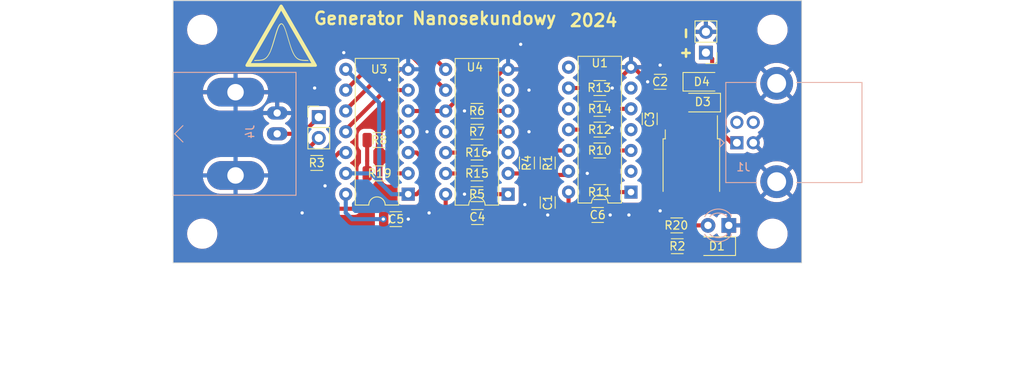
<source format=kicad_pcb>
(kicad_pcb (version 20240108) (generator "pcbnew") (generator_version "8.0")
  (layers (0 "F.Cu" signal) (31 "B.Cu" signal) (34 "B.Paste" user) (35 "F.Paste" user) (36 "B.SilkS" user "B.Silkscreen") (37 "F.SilkS" user "F.Silkscreen") (38 "B.Mask" user) (39 "F.Mask" user) (44 "Edge.Cuts" user))
  (net 0 "")
  (net 1 "Net-(C1-Pad1)")
  (net 2 "GND")
  (net 3 "+5V")
  (net 4 "Net-(D1-A)")
  (net 5 "Net-(R1-Pad2)")
  (net 11 "unconnected-(J1-D--Pad2)")
  (net 14 "Net-(D3-K)")
  (net 17 "Net-(R19-Pad1)")
  (net 18 "Net-(U3-Pad11)")
  (net 19 "Net-(U3-Pad1)")
  (net 20 "Net-(U3-Pad10)")
  (net 21 "Net-(U3-Pad9)")
  (net 22 "Net-(R3-Pad1)")
  (net 23 "Net-(R4-Pad1)")
  (net 24 "Net-(R5-Pad1)")
  (net 25 "Net-(R6-Pad1)")
  (net 26 "Net-(R7-Pad1)")
  (net 27 "Net-(R8-Pad1)")
  (net 28 "Net-(R10-Pad1)")
  (net 29 "Net-(R11-Pad1)")
  (net 30 "Net-(R12-Pad1)")
  (net 31 "Net-(R13-Pad1)")
  (net 32 "Net-(R14-Pad1)")
  (net 33 "Net-(R15-Pad1)")
  (net 34 "Net-(R16-Pad1)")
  (net 35 "Net-(D2-A)")
  (net 36 "Net-(D4-A)")
  (net 37 "Net-(J3-Pin_1)")
  (net 38 "Net-(J3-Pin_2)")
  (footprint "Capacitor_SMD:C_1206_3216Metric" (layer "F.Cu") (at 105.664 76.454 180)
    (property "Reference" "C2" (at 0 0 0) (layer "F.SilkS"))
    (property "Value" "0.33uF" (hide yes))
    (pad "1" smd roundrect (at -1.475 0 180) (size 1.15 1.8) (layers "F.Cu" "F.Paste" "F.Mask") (roundrect_rratio 0.2173913043) (net 14 "Net-(D3-K)"))
    (pad "2" smd roundrect (at 1.475 0 180) (size 1.15 1.8) (layers "F.Cu" "F.Paste" "F.Mask") (roundrect_rratio 0.2173913043) (net 2 "GND"))
  )
  (footprint "Capacitor_SMD:C_1206_3216Metric" (layer "F.Cu") (at 98.044 92.71)
    (property "Reference" "C6" (at 0 0 0) (layer "F.SilkS"))
    (property "Value" "0.1uF" (hide yes))
    (pad "1" smd roundrect (at -1.475 0) (size 1.15 1.8) (layers "F.Cu" "F.Paste" "F.Mask") (roundrect_rratio 0.2173913043) (net 3 "+5V"))
    (pad "2" smd roundrect (at 1.475 0) (size 1.15 1.8) (layers "F.Cu" "F.Paste" "F.Mask") (roundrect_rratio 0.2173913043) (net 2 "GND"))
  )
  (footprint "Resistor_SMD:R_1206_3216Metric" (layer "F.Cu") (at 89.408 86.36 90)
    (property "Reference" "R4" (at 0 -0.024 90) (layer "F.SilkS"))
    (property "Value" "10k" (hide yes))
    (pad "1" smd roundrect (at -1.4625 0 90) (size 1.125 1.75) (layers "F.Cu" "F.Paste" "F.Mask") (roundrect_rratio 0.2222222222) (net 23 "Net-(R4-Pad1)"))
    (pad "2" smd roundrect (at 1.4625 0 90) (size 1.125 1.75) (layers "F.Cu" "F.Paste" "F.Mask") (roundrect_rratio 0.2222222222) (net 2 "GND"))
  )
  (footprint "Package_DIP:DIP-14_W7.62mm" (layer "F.Cu") (at 74.92 90.17 180)
    (property "Reference" "U3" (at 3.546 15.24 0) (layer "F.SilkS"))
    (property "Value" "74HC04")
    (pad "1" thru_hole rect (at 0 0 180) (size 1.6 1.6) (drill 0.8) (layers "*.Cu" "*.Mask") (net 19 "Net-(U3-Pad1)"))
    (pad "2" thru_hole oval (at 0 2.54 180) (size 1.6 1.6) (drill 0.8) (layers "*.Cu" "*.Mask") (net 17 "Net-(R19-Pad1)"))
    (pad "3" thru_hole oval (at 0 5.08 180) (size 1.6 1.6) (drill 0.8) (layers "*.Cu" "*.Mask") (net 19 "Net-(U3-Pad1)"))
    (pad "4" thru_hole oval (at 0 7.62 180) (size 1.6 1.6) (drill 0.8) (layers "*.Cu" "*.Mask") (net 27 "Net-(R8-Pad1)"))
    (pad "5" thru_hole oval (at 0 10.16 180) (size 1.6 1.6) (drill 0.8) (layers "*.Cu" "*.Mask") (net 5 "Net-(R1-Pad2)"))
    (pad "6" thru_hole oval (at 0 12.7 180) (size 1.6 1.6) (drill 0.8) (layers "*.Cu" "*.Mask") (net 18 "Net-(U3-Pad11)"))
    (pad "7" thru_hole oval (at 0 15.24 180) (size 1.6 1.6) (drill 0.8) (layers "*.Cu" "*.Mask") (net 2 "GND"))
    (pad "8" thru_hole oval (at 7.62 15.24 180) (size 1.6 1.6) (drill 0.8) (layers "*.Cu" "*.Mask") (net 19 "Net-(U3-Pad1)"))
    (pad "9" thru_hole oval (at 7.62 12.7 180) (size 1.6 1.6) (drill 0.8) (layers "*.Cu" "*.Mask") (net 21 "Net-(U3-Pad9)"))
    (pad "10" thru_hole oval (at 7.62 10.16 180) (size 1.6 1.6) (drill 0.8) (layers "*.Cu" "*.Mask") (net 20 "Net-(U3-Pad10)"))
    (pad "11" thru_hole oval (at 7.62 7.62 180) (size 1.6 1.6) (drill 0.8) (layers "*.Cu" "*.Mask") (net 18 "Net-(U3-Pad11)"))
    (pad "12" thru_hole oval (at 7.62 5.08 180) (size 1.6 1.6) (drill 0.8) (layers "*.Cu" "*.Mask") (net 22 "Net-(R3-Pad1)"))
    (pad "13" thru_hole oval (at 7.62 2.54 180) (size 1.6 1.6) (drill 0.8) (layers "*.Cu" "*.Mask") (net 19 "Net-(U3-Pad1)"))
    (pad "14" thru_hole oval (at 7.62 0 180) (size 1.6 1.6) (drill 0.8) (layers "*.Cu" "*.Mask") (net 3 "+5V"))
  )
  (footprint "Resistor_SMD:R_1206_3216Metric" (layer "F.Cu") (at 98.298 77.216)
    (property "Reference" "R13" (at -0.0615 -0.036 0) (layer "F.SilkS"))
    (property "Value" "10k" (hide yes))
    (pad "1" smd roundrect (at -1.4625 0) (size 1.125 1.75) (layers "F.Cu" "F.Paste" "F.Mask") (roundrect_rratio 0.2222222222) (net 31 "Net-(R13-Pad1)"))
    (pad "2" smd roundrect (at 1.4625 0) (size 1.125 1.75) (layers "F.Cu" "F.Paste" "F.Mask") (roundrect_rratio 0.2222222222) (net 2 "GND"))
  )
  (footprint "Resistor_SMD:R_1206_3216Metric" (layer "F.Cu") (at 98.298 84.836 180)
    (property "Reference" "R10" (at 0 0 0) (layer "F.SilkS"))
    (property "Value" "10k" (hide yes))
    (pad "1" smd roundrect (at -1.4625 0 180) (size 1.125 1.75) (layers "F.Cu" "F.Paste" "F.Mask") (roundrect_rratio 0.2222222222) (net 28 "Net-(R10-Pad1)"))
    (pad "2" smd roundrect (at 1.4625 0 180) (size 1.125 1.75) (layers "F.Cu" "F.Paste" "F.Mask") (roundrect_rratio 0.2222222222) (net 2 "GND"))
  )
  (footprint "Resistor_SMD:R_1206_3216Metric" (layer "F.Cu") (at 71.374 83.566 180)
    (property "Reference" "R8" (at 0 0 0) (layer "F.SilkS"))
    (property "Value" "150" (hide yes))
    (pad "1" smd roundrect (at -1.4625 0 180) (size 1.125 1.75) (layers "F.Cu" "F.Paste" "F.Mask") (roundrect_rratio 0.2222222222) (net 27 "Net-(R8-Pad1)"))
    (pad "2" smd roundrect (at 1.4625 0 180) (size 1.125 1.75) (layers "F.Cu" "F.Paste" "F.Mask") (roundrect_rratio 0.2222222222) (net 38 "Net-(J3-Pin_2)"))
  )
  (footprint "MountingHole:MountingHole_3.2mm_M3" (layer "F.Cu") (at 119.38 70.104)
    (property "Reference" "REF**" (hide yes))
    (property "Value" "MountingHole_3.2mm_M3" (hide yes))
    (pad "" np_thru_hole circle (at 0 0) (size 3.2 3.2) (drill 3.2) (layers "F&B.Cu" "*.Mask"))
  )
  (footprint "Diode_SMD:D_1206_3216Metric" (layer "F.Cu") (at 110.744 78.994 180)
    (property "Reference" "D3" (at -0.124 0.088 0) (layer "F.SilkS"))
    (property "Value" "D" (hide yes))
    (pad "1" smd roundrect (at -1.4 0 180) (size 1.25 1.75) (layers "F.Cu" "F.Paste" "F.Mask") (roundrect_rratio 0.2) (net 14 "Net-(D3-K)"))
    (pad "2" smd roundrect (at 1.4 0 180) (size 1.25 1.75) (layers "F.Cu" "F.Paste" "F.Mask") (roundrect_rratio 0.2) (net 3 "+5V"))
  )
  (footprint "Resistor_SMD:R_1206_3216Metric" (layer "F.Cu") (at 98.308 82.291)
    (property "Reference" "R12" (at 0 0 0) (layer "F.SilkS"))
    (property "Value" "10k" (hide yes))
    (pad "1" smd roundrect (at -1.4625 0) (size 1.125 1.75) (layers "F.Cu" "F.Paste" "F.Mask") (roundrect_rratio 0.2222222222) (net 30 "Net-(R12-Pad1)"))
    (pad "2" smd roundrect (at 1.4625 0) (size 1.125 1.75) (layers "F.Cu" "F.Paste" "F.Mask") (roundrect_rratio 0.2222222222) (net 2 "GND"))
  )
  (footprint "Resistor_SMD:R_1206_3216Metric" (layer "F.Cu") (at 83.312 87.63)
    (property "Reference" "R15" (at 0 0 0) (layer "F.SilkS"))
    (property "Value" "10k" (hide yes))
    (pad "1" smd roundrect (at -1.4625 0) (size 1.125 1.75) (layers "F.Cu" "F.Paste" "F.Mask") (roundrect_rratio 0.2222222222) (net 33 "Net-(R15-Pad1)"))
    (pad "2" smd roundrect (at 1.4625 0) (size 1.125 1.75) (layers "F.Cu" "F.Paste" "F.Mask") (roundrect_rratio 0.2222222222) (net 2 "GND"))
  )
  (footprint "Resistor_SMD:R_1206_3216Metric" (layer "F.Cu") (at 91.948 86.36 90)
    (property "Reference" "R1" (at 0 0 90) (layer "F.SilkS"))
    (property "Value" "47k" (hide yes))
    (pad "1" smd roundrect (at -1.4625 0 90) (size 1.125 1.75) (layers "F.Cu" "F.Paste" "F.Mask") (roundrect_rratio 0.2222222222) (net 1 "Net-(C1-Pad1)"))
    (pad "2" smd roundrect (at 1.4625 0 90) (size 1.125 1.75) (layers "F.Cu" "F.Paste" "F.Mask") (roundrect_rratio 0.2222222222) (net 5 "Net-(R1-Pad2)"))
  )
  (footprint "LED_SMD:LED_1206_3216Metric" (layer "F.Cu") (at 112.5835 96.52 180)
    (property "Reference" "D1" (at 0 0 0) (layer "F.SilkS"))
    (property "Value" "LED" (hide yes))
    (pad "1" smd roundrect (at -1.4 0 180) (size 1.25 1.75) (layers "F.Cu" "F.Paste" "F.Mask") (roundrect_rratio 0.2) (net 2 "GND"))
    (pad "2" smd roundrect (at 1.4 0 180) (size 1.25 1.75) (layers "F.Cu" "F.Paste" "F.Mask") (roundrect_rratio 0.2) (net 4 "Net-(D1-A)"))
  )
  (footprint "Resistor_SMD:R_1206_3216Metric" (layer "F.Cu") (at 98.298 79.756 180)
    (property "Reference" "R14" (at 0 0 0) (layer "F.SilkS"))
    (property "Value" "10k" (hide yes))
    (pad "1" smd roundrect (at -1.4625 0 180) (size 1.125 1.75) (layers "F.Cu" "F.Paste" "F.Mask") (roundrect_rratio 0.2222222222) (net 32 "Net-(R14-Pad1)"))
    (pad "2" smd roundrect (at 1.4625 0 180) (size 1.125 1.75) (layers "F.Cu" "F.Paste" "F.Mask") (roundrect_rratio 0.2222222222) (net 2 "GND"))
  )
  (footprint "LOGO" (layer "F.Cu") (at 59.436 71.12)
    (property "Reference" "G***" (hide yes))
    (property "Value" "LOGO" (hide yes))
  )
  (footprint "Package_DIP:DIP-14_W7.62mm" (layer "F.Cu") (at 102.108 89.916 180)
    (property "Reference" "U1" (at 3.81 15.748 0) (layer "F.SilkS"))
    (property "Value" "74HC14")
    (pad "1" thru_hole rect (at 0 0 180) (size 1.6 1.6) (drill 0.8) (layers "*.Cu" "*.Mask") (net 29 "Net-(R11-Pad1)"))
    (pad "2" thru_hole oval (at 0 2.54 180) (size 1.6 1.6) (drill 0.8) (layers "*.Cu" "*.Mask"))
    (pad "3" thru_hole oval (at 0 5.08 180) (size 1.6 1.6) (drill 0.8) (layers "*.Cu" "*.Mask") (net 28 "Net-(R10-Pad1)"))
    (pad "4" thru_hole oval (at 0 7.62 180) (size 1.6 1.6) (drill 0.8) (layers "*.Cu" "*.Mask"))
    (pad "5" thru_hole oval (at 0 10.16 180) (size 1.6 1.6) (drill 0.8) (layers "*.Cu" "*.Mask") (net 32 "Net-(R14-Pad1)"))
    (pad "6" thru_hole oval (at 0 12.7 180) (size 1.6 1.6) (drill 0.8) (layers "*.Cu" "*.Mask"))
    (pad "7" thru_hole oval (at 0 15.24 180) (size 1.6 1.6) (drill 0.8) (layers "*.Cu" "*.Mask") (net 2 "GND"))
    (pad "8" thru_hole oval (at 7.62 15.24 180) (size 1.6 1.6) (drill 0.8) (layers "*.Cu" "*.Mask"))
    (pad "9" thru_hole oval (at 7.62 12.7 180) (size 1.6 1.6) (drill 0.8) (layers "*.Cu" "*.Mask") (net 31 "Net-(R13-Pad1)"))
    (pad "10" thru_hole oval (at 7.62 10.16 180) (size 1.6 1.6) (drill 0.8) (layers "*.Cu" "*.Mask"))
    (pad "11" thru_hole oval (at 7.62 7.62 180) (size 1.6 1.6) (drill 0.8) (layers "*.Cu" "*.Mask") (net 30 "Net-(R12-Pad1)"))
    (pad "12" thru_hole oval (at 7.62 5.08 180) (size 1.6 1.6) (drill 0.8) (layers "*.Cu" "*.Mask") (net 5 "Net-(R1-Pad2)"))
    (pad "13" thru_hole oval (at 7.62 2.54 180) (size 1.6 1.6) (drill 0.8) (layers "*.Cu" "*.Mask") (net 1 "Net-(C1-Pad1)"))
    (pad "14" thru_hole oval (at 7.62 0 180) (size 1.6 1.6) (drill 0.8) (layers "*.Cu" "*.Mask") (net 3 "+5V"))
  )
  (footprint "Package_DIP:DIP-14_W7.62mm" (layer "F.Cu") (at 87.112 90.18 180)
    (property "Reference" "U4" (at 4.054 15.504 0) (layer "F.SilkS"))
    (property "Value" "74HC86")
    (pad "1" thru_hole rect (at 0 0 180) (size 1.6 1.6) (drill 0.8) (layers "*.Cu" "*.Mask") (net 24 "Net-(R5-Pad1)"))
    (pad "2" thru_hole oval (at 0 2.54 180) (size 1.6 1.6) (drill 0.8) (layers "*.Cu" "*.Mask") (net 23 "Net-(R4-Pad1)"))
    (pad "3" thru_hole oval (at 0 5.08 180) (size 1.6 1.6) (drill 0.8) (layers "*.Cu" "*.Mask"))
    (pad "4" thru_hole oval (at 0 7.62 180) (size 1.6 1.6) (drill 0.8) (layers "*.Cu" "*.Mask") (net 26 "Net-(R7-Pad1)"))
    (pad "5" thru_hole oval (at 0 10.16 180) (size 1.6 1.6) (drill 0.8) (layers "*.Cu" "*.Mask") (net 25 "Net-(R6-Pad1)"))
    (pad "6" thru_hole oval (at 0 12.7 180) (size 1.6 1.6) (drill 0.8) (layers "*.Cu" "*.Mask"))
    (pad "7" thru_hole oval (at 0 15.24 180) (size 1.6 1.6) (drill 0.8) (layers "*.Cu" "*.Mask") (net 2 "GND"))
    (pad "8" thru_hole oval (at 7.62 15.24 180) (size 1.6 1.6) (drill 0.8) (layers "*.Cu" "*.Mask") (net 21 "Net-(U3-Pad9)"))
    (pad "9" thru_hole oval (at 7.62 12.7 180) (size 1.6 1.6) (drill 0.8) (layers "*.Cu" "*.Mask") (net 20 "Net-(U3-Pad10)"))
    (pad "10" thru_hole oval (at 7.62 10.16 180) (size 1.6 1.6) (drill 0.8) (layers "*.Cu" "*.Mask") (net 5 "Net-(R1-Pad2)"))
    (pad "11" thru_hole oval (at 7.62 7.62 180) (size 1.6 1.6) (drill 0.8) (layers "*.Cu" "*.Mask"))
    (pad "12" thru_hole oval (at 7.62 5.08 180) (size 1.6 1.6) (drill 0.8) (layers "*.Cu" "*.Mask") (net 34 "Net-(R16-Pad1)"))
    (pad "13" thru_hole oval (at 7.62 2.54 180) (size 1.6 1.6) (drill 0.8) (layers "*.Cu" "*.Mask") (net 33 "Net-(R15-Pad1)"))
    (pad "14" thru_hole oval (at 7.62 0 180) (size 1.6 1.6) (drill 0.8) (layers "*.Cu" "*.Mask") (net 3 "+5V"))
  )
  (footprint "Capacitor_SMD:C_1206_3216Metric" (layer "F.Cu") (at 83.361 92.964)
    (property "Reference" "C4" (at 0 0 0) (layer "F.SilkS"))
    (property "Value" "0.1uF" (hide yes))
    (pad "1" smd roundrect (at -1.475 0) (size 1.15 1.8) (layers "F.Cu" "F.Paste" "F.Mask") (roundrect_rratio 0.2173913043) (net 3 "+5V"))
    (pad "2" smd roundrect (at 1.475 0) (size 1.15 1.8) (layers "F.Cu" "F.Paste" "F.Mask") (roundrect_rratio 0.2173913043) (net 2 "GND"))
  )
  (footprint "Resistor_SMD:R_1206_3216Metric" (layer "F.Cu") (at 107.696 93.98)
    (property "Reference" "R20" (at -0.0615 0 0) (layer "F.SilkS"))
    (property "Value" "330" (hide yes))
    (pad "1" smd roundrect (at -1.4625 0) (size 1.125 1.75) (layers "F.Cu" "F.Paste" "F.Mask") (roundrect_rratio 0.2222222222) (net 3 "+5V"))
    (pad "2" smd roundrect (at 1.4625 0) (size 1.125 1.75) (layers "F.Cu" "F.Paste" "F.Mask") (roundrect_rratio 0.2222222222) (net 35 "Net-(D2-A)"))
  )
  (footprint "Connector_PinHeader_2.54mm:PinHeader_1x02_P2.54mm_Vertical" (layer "F.Cu") (at 111.252 72.898 180)
    (property "Reference" "J2" (hide yes))
    (property "Value" "Conn_01x02_Pin" (hide yes))
    (pad "1" thru_hole rect (at 0 0 180) (size 1.7 1.7) (drill 1) (layers "*.Cu" "*.Mask") (net 36 "Net-(D4-A)"))
    (pad "2" thru_hole oval (at 0 2.54 180) (size 1.7 1.7) (drill 1) (layers "*.Cu" "*.Mask") (net 2 "GND"))
  )
  (footprint "Resistor_SMD:R_1206_3216Metric" (layer "F.Cu") (at 83.312 90.17 180)
    (property "Reference" "R5" (at 0 0 0) (layer "F.SilkS"))
    (property "Value" "10k" (hide yes))
    (pad "1" smd roundrect (at -1.4625 0 180) (size 1.125 1.75) (layers "F.Cu" "F.Paste" "F.Mask") (roundrect_rratio 0.2222222222) (net 24 "Net-(R5-Pad1)"))
    (pad "2" smd roundrect (at 1.4625 0 180) (size 1.125 1.75) (layers "F.Cu" "F.Paste" "F.Mask") (roundrect_rratio 0.2222222222) (net 2 "GND"))
  )
  (footprint "MountingHole:MountingHole_3.2mm_M3" (layer "F.Cu") (at 119.38 94.996)
    (property "Reference" "REF**" (hide yes))
    (property "Value" "MountingHole_3.2mm_M3" (hide yes))
    (pad "" np_thru_hole circle (at 0 0) (size 3.2 3.2) (drill 3.2) (layers "F&B.Cu" "*.Mask"))
  )
  (footprint "Connector_PinHeader_2.54mm:PinHeader_1x02_P2.54mm_Vertical" (layer "F.Cu") (at 64.008 80.767)
    (property "Reference" "J3" (hide yes))
    (property "Value" "Conn_01x02_Pin" (hide yes))
    (pad "1" thru_hole rect (at 0 0) (size 1.7 1.7) (drill 1) (layers "*.Cu" "*.Mask") (net 37 "Net-(J3-Pin_1)"))
    (pad "2" thru_hole oval (at 0 2.54) (size 1.7 1.7) (drill 1) (layers "*.Cu" "*.Mask") (net 38 "Net-(J3-Pin_2)"))
  )
  (footprint "Resistor_SMD:R_1206_3216Metric" (layer "F.Cu") (at 83.312 85.09)
    (property "Reference" "R16" (at 0 0 0) (layer "F.SilkS"))
    (property "Value" "10k" (hide yes))
    (pad "1" smd roundrect (at -1.4625 0) (size 1.125 1.75) (layers "F.Cu" "F.Paste" "F.Mask") (roundrect_rratio 0.2222222222) (net 34 "Net-(R16-Pad1)"))
    (pad "2" smd roundrect (at 1.4625 0) (size 1.125 1.75) (layers "F.Cu" "F.Paste" "F.Mask") (roundrect_rratio 0.2222222222) (net 2 "GND"))
  )
  (footprint "Capacitor_SMD:C_1206_3216Metric" (layer "F.Cu") (at 104.394 80.977 90)
    (property "Reference" "C3" (at -0.08 0 90) (layer "F.SilkS"))
    (property "Value" "0.1uF" (hide yes))
    (pad "1" smd roundrect (at -1.475 0 90) (size 1.15 1.8) (layers "F.Cu" "F.Paste" "F.Mask") (roundrect_rratio 0.2173913043) (net 3 "+5V"))
    (pad "2" smd roundrect (at 1.475 0 90) (size 1.15 1.8) (layers "F.Cu" "F.Paste" "F.Mask") (roundrect_rratio 0.2173913043) (net 2 "GND"))
  )
  (footprint "Resistor_SMD:R_1206_3216Metric" (layer "F.Cu") (at 63.754 86.36 180)
    (property "Reference" "R3" (at 0 0 0) (layer "F.SilkS"))
    (property "Value" "150" (hide yes))
    (pad "1" smd roundrect (at -1.4625 0 180) (size 1.125 1.75) (layers "F.Cu" "F.Paste" "F.Mask") (roundrect_rratio 0.2222222222) (net 22 "Net-(R3-Pad1)"))
    (pad "2" smd roundrect (at 1.4625 0 180) (size 1.125 1.75) (layers "F.Cu" "F.Paste" "F.Mask") (roundrect_rratio 0.2222222222) (net 38 "Net-(J3-Pin_2)"))
  )
  (footprint "Resistor_SMD:R_1206_3216Metric" (layer "F.Cu") (at 107.7575 96.52)
    (property "Reference" "R2" (at 0 0 0) (layer "F.SilkS"))
    (property "Value" "330" (hide yes))
    (pad "1" smd roundrect (at -1.4625 0) (size 1.125 1.75) (layers "F.Cu" "F.Paste" "F.Mask") (roundrect_rratio 0.2222222222) (net 3 "+5V"))
    (pad "2" smd roundrect (at 1.4625 0) (size 1.125 1.75) (layers "F.Cu" "F.Paste" "F.Mask") (roundrect_rratio 0.2222222222) (net 4 "Net-(D1-A)"))
  )
  (footprint "Resistor_SMD:R_1206_3216Metric" (layer "F.Cu") (at 71.374 87.63 180)
    (property "Reference" "R19" (at -0.0615 0 0) (layer "F.SilkS"))
    (property "Value" "150" (hide yes))
    (pad "1" smd roundrect (at -1.4625 0 180) (size 1.125 1.75) (layers "F.Cu" "F.Paste" "F.Mask") (roundrect_rratio 0.2222222222) (net 17 "Net-(R19-Pad1)"))
    (pad "2" smd roundrect (at 1.4625 0 180) (size 1.125 1.75) (layers "F.Cu" "F.Paste" "F.Mask") (roundrect_rratio 0.2222222222) (net 38 "Net-(J3-Pin_2)"))
  )
  (footprint "Resistor_SMD:R_1206_3216Metric" (layer "F.Cu") (at 83.312 80.01 180)
    (property "Reference" "R6" (at 0 0 0) (layer "F.SilkS"))
    (property "Value" "10k" (hide yes))
    (pad "1" smd roundrect (at -1.4625 0 180) (size 1.125 1.75) (layers "F.Cu" "F.Paste" "F.Mask") (roundrect_rratio 0.2222222222) (net 25 "Net-(R6-Pad1)"))
    (pad "2" smd roundrect (at 1.4625 0 180) (size 1.125 1.75) (layers "F.Cu" "F.Paste" "F.Mask") (roundrect_rratio 0.2222222222) (net 2 "GND"))
  )
  (footprint "MountingHole:MountingHole_3.2mm_M3" (layer "F.Cu") (at 49.784 70.104)
    (property "Reference" "REF**" (hide yes))
    (property "Value" "MountingHole_3.2mm_M3" (hide yes))
    (pad "" np_thru_hole circle (at 0 0) (size 3.2 3.2) (drill 3.2) (layers "*.Cu" "*.Mask"))
  )
  (footprint "Resistor_SMD:R_1206_3216Metric" (layer "F.Cu") (at 83.312 82.555 180)
    (property "Reference" "R7" (at 0 0 0) (layer "F.SilkS"))
    (property "Value" "10k" (hide yes))
    (pad "1" smd roundrect (at -1.4625 0 180) (size 1.125 1.75) (layers "F.Cu" "F.Paste" "F.Mask") (roundrect_rratio 0.2222222222) (net 26 "Net-(R7-Pad1)"))
    (pad "2" smd roundrect (at 1.4625 0 180) (size 1.125 1.75) (layers "F.Cu" "F.Paste" "F.Mask") (roundrect_rratio 0.2222222222) (net 2 "GND"))
  )
  (footprint "Diode_SMD:D_1206_3216Metric" (layer "F.Cu") (at 110.744 76.454)
    (property "Reference" "D4" (at 0 0 0) (layer "F.SilkS"))
    (property "Value" "D" (hide yes))
    (pad "1" smd roundrect (at -1.4 0) (size 1.25 1.75) (layers "F.Cu" "F.Paste" "F.Mask") (roundrect_rratio 0.2) (net 14 "Net-(D3-K)"))
    (pad "2" smd roundrect (at 1.4 0) (size 1.25 1.75) (layers "F.Cu" "F.Paste" "F.Mask") (roundrect_rratio 0.2) (net 36 "Net-(D4-A)"))
  )
  (footprint "MountingHole:MountingHole_3.2mm_M3" (layer "F.Cu") (at 49.784 94.996)
    (property "Reference" "REF**" (hide yes))
    (property "Value" "MountingHole_3.2mm_M3" (hide yes))
    (pad "" np_thru_hole circle (at 0 0) (size 3.2 3.2) (drill 3.2) (layers "F&B.Cu" "*.Mask"))
  )
  (footprint "Resistor_SMD:R_1206_3216Metric" (layer "F.Cu") (at 98.298 89.916 180)
    (property "Reference" "R11" (at 0 0 0) (layer "F.SilkS"))
    (property "Value" "10k" (hide yes))
    (pad "1" smd roundrect (at -1.4625 0 180) (size 1.125 1.75) (layers "F.Cu" "F.Paste" "F.Mask") (roundrect_rratio 0.2222222222) (net 29 "Net-(R11-Pad1)"))
    (pad "2" smd roundrect (at 1.4625 0 180) (size 1.125 1.75) (layers "F.Cu" "F.Paste" "F.Mask") (roundrect_rratio 0.2222222222) (net 2 "GND"))
  )
  (footprint "Capacitor_SMD:C_1206_3216Metric" (layer "F.Cu") (at 91.948 91.186 -90)
    (property "Reference" "C1" (at 0 0 90) (layer "F.SilkS"))
    (property "Value" "1nF" (hide yes))
    (pad "1" smd roundrect (at -1.475 0 270) (size 1.15 1.8) (layers "F.Cu" "F.Paste" "F.Mask") (roundrect_rratio 0.2173913043) (net 1 "Net-(C1-Pad1)"))
    (pad "2" smd roundrect (at 1.475 0 270) (size 1.15 1.8) (layers "F.Cu" "F.Paste" "F.Mask") (roundrect_rratio 0.2173913043) (net 2 "GND"))
  )
  (footprint "Capacitor_SMD:C_1206_3216Metric" (layer "F.Cu") (at 73.406 93.218)
    (property "Reference" "C5" (at 0.049 0 0) (layer "F.SilkS"))
    (property "Value" "0.1uF" (hide yes))
    (pad "1" smd roundrect (at -1.475 0) (size 1.15 1.8) (layers "F.Cu" "F.Paste" "F.Mask") (roundrect_rratio 0.2173913043) (net 3 "+5V"))
    (pad "2" smd roundrect (at 1.475 0) (size 1.15 1.8) (layers "F.Cu" "F.Paste" "F.Mask") (roundrect_rratio 0.2173913043) (net 2 "GND"))
  )
  (footprint "Package_TO_SOT_SMD:TO-252-2" (layer "F.Cu") (at 109.475 86.727 -90)
    (property "Reference" "U2" (hide yes))
    (property "Value" "LM78M05_TO252" (hide yes))
    (pad "1" smd roundrect (at -5.04 -2.28 270) (size 2.2 1.2) (layers "F.Cu" "F.Paste" "F.Mask") (roundrect_rratio 0.2083333333) (net 14 "Net-(D3-K)"))
    (pad "2" smd roundrect (at -0.415 -1.525 270) (size 3.05 2.75) (layers "F.Cu" "F.Paste") (roundrect_rratio 0.09090909091) (net 2 "GND"))
    (pad "2" smd roundrect (at -0.415 1.525 270) (size 3.05 2.75) (layers "F.Cu" "F.Paste") (roundrect_rratio 0.09090909091) (net 2 "GND"))
    (pad "2" smd roundrect (at 1.26 0 270) (size 6.4 5.8) (layers "F.Cu" "F.Mask") (roundrect_rratio 0.04310293103) (net 2 "GND"))
    (pad "2" smd roundrect (at 2.935 -1.525 270) (size 3.05 2.75) (layers "F.Cu" "F.Paste") (roundrect_rratio 0.09090909091) (net 2 "GND"))
    (pad "2" smd roundrect (at 2.935 1.525 270) (size 3.05 2.75) (layers "F.Cu" "F.Paste") (roundrect_rratio 0.09090909091) (net 2 "GND"))
    (pad "3" smd roundrect (at -5.04 2.28 270) (size 2.2 1.2) (layers "F.Cu" "F.Paste" "F.Mask") (roundrect_rratio 0.2083333333) (net 3 "+5V"))
  )
  (footprint "Connector_USB:USB_B_Lumberg_2411_02_Horizontal" (layer "B.Cu") (at 115.028 83.896)
    (property "Reference" "J1" (at 0.796 2.972 0) (layer "B.SilkS") (effects (justify mirror)))
    (property "Value" "USB_B")
    (pad "1" thru_hole rect (at 0 0 270) (size 1.6 1.6) (drill 0.95) (layers "*.Cu" "*.Mask") (net 36 "Net-(D4-A)"))
    (pad "2" thru_hole circle (at 0 -2.5 270) (size 1.6 1.6) (drill 0.95) (layers "*.Cu" "*.Mask") (net 11 "unconnected-(J1-D--Pad2)"))
    (pad "3" thru_hole circle (at 2 -2.5 270) (size 1.6 1.6) (drill 0.95) (layers "*.Cu" "*.Mask"))
    (pad "4" thru_hole circle (at 2 0 270) (size 1.6 1.6) (drill 0.95) (layers "*.Cu" "*.Mask") (net 2 "GND"))
    (pad "5" thru_hole circle (at 4.86 -7.25 270) (size 4 4) (drill 2.3) (layers "*.Cu" "*.Mask") (net 2 "GND"))
    (pad "5" thru_hole circle (at 4.86 4.75 270) (size 4 4) (drill 2.3) (layers "*.Cu" "*.Mask") (net 2 "GND"))
  )
  (footprint "LED_THT:LED_D3.0mm_IRBlack" (layer "B.Cu") (at 114.046 93.98 180)
    (property "Reference" "D2" (hide yes))
    (property "Value" "LED" (hide yes))
    (pad "1" thru_hole rect (at 0 0 180) (size 1.8 1.8) (drill 0.9) (layers "*.Cu" "*.Mask") (net 2 "GND"))
    (pad "2" thru_hole circle (at 2.54 0 180) (size 1.8 1.8) (drill 0.9) (layers "*.Cu" "*.Mask") (net 35 "Net-(D2-A)"))
  )
  (footprint "Connector_Coaxial:BNC_Amphenol_B6252HB-NPP3G-50_Horizontal" (layer "B.Cu") (at 58.928 82.804 -90)
    (property "Reference" "J4" (at -0.254 3.302 90) (layer "B.SilkS") (effects (justify mirror)))
    (property "Value" "Conn_Coaxial" (hide yes))
    (pad "1" thru_hole oval (at 0 0 270) (size 1.6 2.5) (drill 0.89) (layers "*.Cu" "*.Mask") (net 37 "Net-(J3-Pin_1)"))
    (pad "2" thru_hole oval (at -5.08 5.08 270) (size 3.5 7) (drill 2.01) (layers "*.Cu" "*.Mask") (net 2 "GND"))
    (pad "2" thru_hole oval (at -2.54 0 270) (size 1.6 2.5) (drill 0.89) (layers "*.Cu" "*.Mask") (net 2 "GND"))
    (pad "2" thru_hole oval (at 5.08 5.08 270) (size 3.5 7) (drill 2.01) (layers "*.Cu" "*.Mask") (net 2 "GND"))
  )
  (gr_rect (start 46.228 66.548) (end 122.936 98.552) (stroke (width 0.1)) (fill none) (layer "Edge.Cuts"))
  (gr_text "Generator Nanosekundowy" (at 63.246 69.596 0) (layer "F.SilkS") (effects (font (size 1.5 1.5) (thickness 0.3) (bold yes)) (justify left bottom)))
  (gr_text "- +" (at 108.204 69.596 270) (layer "F.SilkS") (effects (font (size 1.2 1.2) (thickness 0.3) (bold yes)) (justify left bottom)))
  (gr_text "2024" (at 94.488 69.85 0) (layer "F.SilkS") (effects (font (size 1.5 1.5) (thickness 0.3) (bold yes)) (justify left bottom)))
  (segment (start 91.948 87.8225) (end 94.0415 87.8225) (width 0.5) (layer "F.Cu") (net 1))
  (segment (start 91.948 87.8225) (end 91.948 89.711) (width 0.5) (layer "F.Cu") (net 1))
  (segment (start 94.0415 87.8225) (end 94.488 87.376) (width 0.5) (layer "F.Cu") (net 1))
  (segment (start 91.694 89.457) (end 91.948 89.711) (width 0.5) (layer "F.Cu") (net 1))
  (segment (start 99.822 82.042) (end 99.822 82.3425) (width 0.5) (layer "F.Cu") (net 2))
  (segment (start 99.7605 77.0235) (end 102.108 74.676) (width 0.5) (layer "F.Cu") (net 2))
  (segment (start 104.189 76.454) (end 104.189 79.297) (width 0.5) (layer "F.Cu") (net 2))
  (segment (start 84.836 92.964) (end 91.645 92.964) (width 0.5) (layer "F.Cu") (net 2))
  (segment (start 84.7745 87.63) (end 84.3895 87.63) (width 0.5) (layer "F.Cu") (net 2))
  (segment (start 81.8495 80.01) (end 81.788 80.01) (width 0.5) (layer "F.Cu") (net 2))
  (segment (start 96.8355 87.5685) (end 96.774 87.63) (width 0.5) (layer "F.Cu") (net 2))
  (segment (start 73.914 74.93) (end 72.644 76.2) (width 0.5) (layer "F.Cu") (net 2))
  (segment (start 91.645 92.964) (end 91.899 92.71) (width 0.5) (layer "F.Cu") (net 2))
  (segment (start 74.92 74.93) (end 73.914 74.93) (width 0.5) (layer "F.Cu") (net 2))
  (segment (start 104.189 79.297) (end 104.394 79.502) (width 0.5) (layer "F.Cu") (net 2))
  (segment (start 99.519 92.5995) (end 99.568 92.71) (width 0.25) (layer "F.Cu") (net 2))
  (segment (start 104.14 76.454) (end 104.189 76.454) (width 0.5) (layer "F.Cu") (net 2))
  (segment (start 84.7745 85.09) (end 84.836 85.09) (width 0.5) (layer "F.Cu") (net 2))
  (segment (start 81.8495 82.555) (end 82.2395 82.555) (width 0.5) (layer "F.Cu") (net 2))
  (segment (start 99.822 77.216) (end 99.7605 77.0235) (width 0.5) (layer "F.Cu") (net 2))
  (segment (start 102.411 74.676) (end 104.14 76.405) (width 0.5) (layer "F.Cu") (net 2))
  (segment (start 99.7705 82.291) (end 99.3805 82.291) (width 0.5) (layer "F.Cu") (net 2))
  (segment (start 99.3805 82.291) (end 96.8355 84.836) (width 0.5) (layer "F.Cu") (net 2))
  (segment (start 84.836 85.09) (end 84.7745 87.63) (width 0.5) (layer "F.Cu") (net 2))
  (segment (start 104.14 76.405) (end 104.14 76.454) (width 0.5) (layer "F.Cu") (net 2))
  (segment (start 81.788 80.01) (end 81.8495 81.28) (width 0.5) (layer "F.Cu") (net 2))
  (segment (start 87.112 74.94) (end 88.91 74.94) (width 0.5) (layer "F.Cu") (net 2))
  (segment (start 104.189 76.454) (end 104.189 76.454) (width 0.5) (layer "F.Cu") (net 2))
  (segment (start 102.108 74.676) (end 102.411 74.676) (width 0.5) (layer "F.Cu") (net 2))
  (segment (start 89.662 75.692) (end 89.662 77.47) (width 0.5) (layer "F.Cu") (net 2))
  (segment (start 96.8355 79.756) (end 97.2355 79.756) (width 0.5) (layer "F.Cu") (net 2))
  (segment (start 82.042 90.17) (end 84.836 92.964) (width 0.5) (layer "F.Cu") (net 2))
  (segment (start 97.2355 79.756) (end 99.5215 82.042) (width 0.5) (layer "F.Cu") (net 2))
  (segment (start 91.899 92.71) (end 91.948 92.71) (width 0.5) (layer "F.Cu") (net 2))
  (segment (start 91.948 92.661) (end 91.948 92.661) (width 0.5) (layer "F.Cu") (net 2))
  (segment (start 82.2395 82.555) (end 84.7745 85.09) (width 0.5) (layer "F.Cu") (net 2))
  (segment (start 96.8355 84.836) (end 96.8355 87.5685) (width 0.5) (layer "F.Cu") (net 2))
  (segment (start 99.5215 82.042) (end 99.822 82.042) (width 0.5) (layer "F.Cu") (net 2))
  (segment (start 96.774 87.63) (end 96.8355 87.6915) (width 0.5) (layer "F.Cu") (net 2))
  (segment (start 84.3895 87.63) (end 81.8495 90.17) (width 0.5) (layer "F.Cu") (net 2))
  (segment (start 96.8355 89.916) (end 99.519 92.5995) (width 0.5) (layer "F.Cu") (net 2))
  (segment (start 88.91 74.94) (end 89.662 75.692) (width 0.5) (layer "F.Cu") (net 2))
  (segment (start 97.2205 79.756) (end 96.8355 79.756) (width 0.5) (layer "F.Cu") (net 2))
  (segment (start 81.788 90.17) (end 81.788 90.2315) (width 0.5) (layer "F.Cu") (net 2))
  (segment (start 96.8355 87.6915) (end 96.8355 89.916) (width 0.5) (layer "F.Cu") (net 2))
  (segment (start 81.8495 81.28) (end 81.8495 82.555) (width 0.5) (layer "F.Cu") (net 2))
  (segment (start 99.822 82.3425) (end 99.7705 82.291) (width 0.5) (layer "F.Cu") (net 2))
  (segment (start 86.604 74.94) (end 81.8495 79.6945) (width 0.5) (layer "F.Cu") (net 2))
  (segment (start 91.948 92.71) (end 91.948 92.661) (width 0.5) (layer "F.Cu") (net 2))
  (segment (start 99.7605 77.216) (end 99.822 77.216) (width 0.5) (layer "F.Cu") (net 2))
  (segment (start 99.568 92.71) (end 99.519 92.71) (width 0.25) (layer "F.Cu") (net 2))
  (segment (start 99.7605 77.216) (end 97.2205 79.756) (width 0.5) (layer "F.Cu") (net 2))
  (segment (start 81.8495 90.17) (end 82.042 90.17) (width 0.5) (layer "F.Cu") (net 2))
  (segment (start 81.8495 79.6945) (end 81.8495 80.01) (width 0.5) (layer "F.Cu") (net 2))
  (segment (start 87.112 74.94) (end 86.604 74.94) (width 0.5) (layer "F.Cu") (net 2))
  (segment (start 81.8495 82.9965) (end 81.8495 82.555) (width 0.25) (layer "F.Cu") (net 2))
  (segment (start 81.788 90.2315) (end 81.8495 90.17) (width 0.5) (layer "F.Cu") (net 2))
  (segment (start 81.8495 90.17) (end 81.788 90.17) (width 0.5) (layer "F.Cu") (net 2))
  (via (at 105.664 74.422) (size 0.8) (drill 0.4) (layers "F.Cu" "B.Cu") (net 2))
  (via (at 77.216 82.55) (size 0.8) (drill 0.4) (layers "F.Cu" "B.Cu") (net 2))
  (via (at 77.47 92.456) (size 0.8) (drill 0.4) (layers "F.Cu" "B.Cu") (net 2))
  (via (at 104.14 76.454) (size 0.8) (drill 0.4) (layers "F.Cu" "B.Cu") (net 2))
  (via (at 61.976 92.456) (size 0.8) (drill 0.4) (layers "F.Cu" "B.Cu") (net 2))
  (via (at 81.788 90.17) (size 0.8) (drill 0.4) (layers "F.Cu" "B.Cu") (net 2))
  (via (at 89.154 91.44) (size 0.8) (drill 0.4) (layers "F.Cu" "B.Cu") (net 2))
  (via (at 63.5 77.216) (size 0.8) (drill 0.4) (layers "F.Cu" "B.Cu") (net 2))
  (via (at 81.788 80.01) (size 0.8) (drill 0.4) (layers "F.Cu" "B.Cu") (net 2))
  (via (at 99.568 92.71) (size 0.8) (drill 0.4) (layers "F.Cu" "B.Cu") (net 2))
  (via (at 64.77 89.154) (size 0.8) (drill 0.4) (layers "F.Cu" "B.Cu") (net 2))
  (via (at 74.93 93.218) (size 0.8) (drill 0.4) (layers "F.Cu" "B.Cu") (net 2))
  (via (at 89.662 82.55) (size 0.8) (drill 0.4) (layers "F.Cu" "B.Cu") (net 2))
  (via (at 84.836 85.09) (size 0.8) (drill 0.4) (layers "F.Cu" "B.Cu") (net 2))
  (via (at 99.822 77.216) (size 0.8) (drill 0.4) (layers "F.Cu" "B.Cu") (net 2))
  (via (at 99.822 82.042) (size 0.8) (drill 0.4) (layers "F.Cu" "B.Cu") (net 2))
  (via (at 91.948 92.71) (size 0.8) (drill 0.4) (layers "F.Cu" "B.Cu") (net 2))
  (via (at 96.774 87.63) (size 0.8) (drill 0.4) (layers "F.Cu" "B.Cu") (net 2))
  (via (at 72.644 76.2) (size 0.8) (drill 0.4) (layers "F.Cu" "B.Cu") (net 2))
  (via (at 88.646 71.882) (size 0.8) (drill 0.4) (layers "F.Cu" "B.Cu") (net 2))
  (via (at 105.664 92.202) (size 0.8) (drill 0.4) (layers "F.Cu" "B.Cu") (net 2))
  (via (at 101.854 92.71) (size 0.8) (drill 0.4) (layers "F.Cu" "B.Cu") (net 2))
  (via (at 89.662 77.47) (size 0.8) (drill 0.4) (layers "F.Cu" "B.Cu") (net 2))
  (via (at 67.056 72.898) (size 0.8) (drill 0.4) (layers "F.Cu" "B.Cu") (net 2))
  (segment (start 71.931 94.947) (end 71.882 93.218) (width 0.5) (layer "F.Cu") (net 3))
  (segment (start 71.931 94.947) (end 71.98 94.996) (width 0.5) (layer "F.Cu") (net 3))
  (segment (start 79.756 94.996) (end 79.492 94.732) (width 0.5) (layer "F.Cu") (net 3))
  (segment (start 94.234 94.996) (end 102.87 94.996) (width 0.5) (layer "F.Cu") (net 3))
  (segment (start 106.43 82.452) (end 107.195 81.687) (width 0.5) (layer "F.Cu") (net 3))
  (segment (start 79.492 92.964) (end 79.492 90.18) (width 0.5) (layer "F.Cu") (net 3))
  (segment (start 107.195 81.687) (end 107.195 81.143) (width 0.5) (layer "F.Cu") (net 3))
  (segment (start 104.394 82.452) (end 106.43 82.452) (width 0.5) (layer "F.Cu") (net 3))
  (segment (start 103.886 93.98) (end 104.394 93.472) (width 0.5) (layer "F.Cu") (net 3))
  (segment (start 94.234 94.996) (end 80.01 94.996) (width 0.5) (layer "F.Cu") (net 3))
  (segment (start 94.488 92.71) (end 94.488 94.996) (width 0.5) (layer "F.Cu") (net 3))
  (segment (start 103.886 93.98) (end 105.9795 93.98) (width 0.5) (layer "F.Cu") (net 3))
  (segment (start 80.01 94.996) (end 79.756 94.996) (width 0.5) (layer "F.Cu") (net 3))
  (segment (start 106.295 96.52) (end 106.295 94.0415) (width 0.5) (layer "F.Cu") (net 3))
  (segment (start 71.98 94.996) (end 80.01 94.996) (width 0.5) (layer "F.Cu") (net 3))
  (segment (start 104.394 93.472) (end 104.394 82.452) (width 0.5) (layer "F.Cu") (net 3))
  (segment (start 107.195 81.143) (end 109.344 78.994) (width 0.5) (layer "F.Cu") (net 3))
  (segment (start 94.488 94.996) (end 94.234 94.996) (width 0.5) (layer "F.Cu") (net 3))
  (segment (start 94.488 92.71) (end 96.569 92.71) (width 0.5) (layer "F.Cu") (net 3))
  (segment (start 79.492 94.732) (end 79.492 92.964) (width 0.5) (layer "F.Cu") (net 3))
  (segment (start 79.492 92.964) (end 81.886 92.964) (width 0.5) (layer "F.Cu") (net 3))
  (segment (start 94.488 89.916) (end 94.488 92.71) (width 0.5) (layer "F.Cu") (net 3))
  (segment (start 106.295 94.0415) (end 106.2335 93.98) (width 0.5) (layer "F.Cu") (net 3))
  (segment (start 102.87 94.996) (end 103.886 93.98) (width 0.5) (layer "F.Cu") (net 3))
  (segment (start 71.882 93.218) (end 71.931 93.218) (width 0.5) (layer "F.Cu") (net 3))
  (via (at 71.882 93.218) (size 0.8) (drill 0.4) (layers "F.Cu" "B.Cu") (net 3))
  (segment (start 68.072 93.218) (end 67.3 92.446) (width 0.5) (layer "B.Cu") (net 3))
  (segment (start 67.3 92.446) (end 67.3 90.17) (width 0.5) (layer "B.Cu") (net 3))
  (segment (start 71.882 93.218) (end 68.072 93.218) (width 0.5) (layer "B.Cu") (net 3))
  (segment (start 111.1835 96.52) (end 109.22 96.52) (width 0.5) (layer "F.Cu") (net 4))
  (segment (start 89.916 73.152) (end 91.948 75.184) (width 0.5) (layer "F.Cu") (net 5))
  (segment (start 79.492 80.02) (end 74.93 80.02) (width 0.5) (layer "F.Cu") (net 5))
  (segment (start 74.93 80.02) (end 74.92 80.01) (width 0.5) (layer "F.Cu") (net 5))
  (segment (start 75.438 80.01) (end 74.92 80.01) (width 0.5) (layer "F.Cu") (net 5))
  (segment (start 86.36 73.152) (end 89.916 73.152) (width 0.5) (layer "F.Cu") (net 5))
  (segment (start 91.948 84.6435) (end 91.694 84.8975) (width 0.5) (layer "F.Cu") (net 5))
  (segment (start 79.492 80.02) (end 86.36 73.152) (width 0.5) (layer "F.Cu") (net 5))
  (segment (start 94.488 84.836) (end 91.7555 84.836) (width 0.5) (layer "F.Cu") (net 5))
  (segment (start 91.7555 84.836) (end 91.694 84.8975) (width 0.25) (layer "F.Cu") (net 5))
  (segment (start 91.948 75.184) (end 91.948 84.6435) (width 0.5) (layer "F.Cu") (net 5))
  (segment (start 115.5425 81.398) (end 115.6405 81.3) (width 0.25) (layer "F.Cu") (net 11))
  (segment (start 112.144 81.298) (end 111.755 81.687) (width 0.5) (layer "F.Cu") (net 14))
  (segment (start 109.604 76.454) (end 112.144 78.994) (width 0.5) (layer "F.Cu") (net 14))
  (segment (start 112.144 78.994) (end 112.144 81.298) (width 0.5) (layer "F.Cu") (net 14))
  (segment (start 107.139 76.454) (end 109.344 76.454) (width 0.5) (layer "F.Cu") (net 14))
  (segment (start 109.344 76.454) (end 109.604 76.454) (width 0.5) (layer "F.Cu") (net 14))
  (segment (start 72.8365 87.63) (end 74.92 87.63) (width 0.5) (layer "F.Cu") (net 17))
  (segment (start 67.3 82.55) (end 67.3 82.306) (width 0.5) (layer "F.Cu") (net 18))
  (segment (start 72.136 77.47) (end 74.92 77.47) (width 0.5) (layer "F.Cu") (net 18))
  (segment (start 67.3 82.306) (end 72.136 77.47) (width 0.5) (layer "F.Cu") (net 18))
  (segment (start 66.792 88.138) (end 67.3 87.63) (width 0.25) (layer "F.Cu") (net 19))
  (segment (start 74.92 85.09) (end 75.946 85.09) (width 0.5) (layer "F.Cu") (net 19))
  (segment (start 75.946 85.09) (end 76.708 85.852) (width 0.5) (layer "F.Cu") (net 19))
  (segment (start 75.946 90.17) (end 74.92 90.17) (width 0.5) (layer "F.Cu") (net 19))
  (segment (start 76.708 89.408) (end 75.946 90.17) (width 0.5) (layer "F.Cu") (net 19))
  (segment (start 76.708 85.852) (end 76.708 89.408) (width 0.5) (layer "F.Cu") (net 19))
  (segment (start 71.501 88.773) (end 72.898 90.17) (width 0.5) (layer "B.Cu") (net 19))
  (segment (start 67.3 87.63) (end 70.358 87.63) (width 0.5) (layer "B.Cu") (net 19))
  (segment (start 70.358 87.63) (end 70.612 87.884) (width 0.5) (layer "B.Cu") (net 19))
  (segment (start 72.898 90.17) (end 74.92 90.17) (width 0.5) (layer "B.Cu") (net 19))
  (segment (start 67.3 74.93) (end 71.374 79.004) (width 0.5) (layer "B.Cu") (net 19))
  (segment (start 70.612 87.884) (end 71.501 88.773) (width 0.5) (layer "B.Cu") (net 19))
  (segment (start 71.374 79.004) (end 71.374 88.646) (width 0.5) (layer "B.Cu") (net 19))
  (segment (start 71.374 88.646) (end 71.501 88.773) (width 0.5) (layer "B.Cu") (net 19))
  (segment (start 75.356 73.344) (end 73.8465 73.344) (width 0.5) (layer "F.Cu") (net 20))
  (segment (start 79.492 77.48) (end 75.356 73.344) (width 0.5) (layer "F.Cu") (net 20))
  (segment (start 73.8465 73.344) (end 67.3 79.8905) (width 0.5) (layer "F.Cu") (net 20))
  (segment (start 67.3 79.8905) (end 67.3 80.01) (width 0.5) (layer "F.Cu") (net 20))
  (segment (start 79.492 77.978) (end 79.492 77.48) (width 0.25) (layer "F.Cu") (net 20))
  (segment (start 72.38 72.39) (end 67.3 77.47) (width 0.5) (layer "F.Cu") (net 21))
  (segment (start 76.942 72.39) (end 72.38 72.39) (width 0.5) (layer "F.Cu") (net 21))
  (segment (start 79.492 74.94) (end 76.942 72.39) (width 0.5) (layer "F.Cu") (net 21))
  (segment (start 79.492 75.438) (end 79.492 74.94) (width 0.25) (layer "F.Cu") (net 21))
  (segment (start 65.2165 86.36) (end 66.4865 85.09) (width 0.5) (layer "F.Cu") (net 22))
  (segment (start 66.4865 85.09) (end 67.3 85.09) (width 0.5) (layer "F.Cu") (net 22))
  (segment (start 87.112 87.64) (end 89.2255 87.64) (width 0.5) (layer "F.Cu") (net 23))
  (segment (start 89.2255 87.64) (end 89.408 87.8225) (width 0.25) (layer "F.Cu") (net 23))
  (segment (start 87.102 90.17) (end 87.112 90.18) (width 0.25) (layer "F.Cu") (net 24))
  (segment (start 84.7745 90.17) (end 87.102 90.17) (width 0.5) (layer "F.Cu") (net 24))
  (segment (start 87.102 80.01) (end 87.112 80.02) (width 0.25) (layer "F.Cu") (net 25))
  (segment (start 84.7745 80.01) (end 87.102 80.01) (width 0.5) (layer "F.Cu") (net 25))
  (segment (start 84.7745 82.555) (end 87.107 82.555) (width 0.5) (layer "F.Cu") (net 26))
  (segment (start 87.107 82.555) (end 87.112 82.56) (width 0.25) (layer "F.Cu") (net 26))
  (segment (start 73.8525 82.55) (end 74.92 82.55) (width 0.5) (layer "F.Cu") (net 27))
  (segment (start 72.8365 83.566) (end 73.8525 82.55) (width 0.5) (layer "F.Cu") (net 27))
  (segment (start 99.7605 84.836) (end 102.108 84.836) (width 0.5) (layer "F.Cu") (net 28))
  (segment (start 99.7605 89.916) (end 102.108 89.916) (width 0.5) (layer "F.Cu") (net 29))
  (segment (start 94.488 82.296) (end 96.8405 82.296) (width 0.5) (layer "F.Cu") (net 30))
  (segment (start 96.8405 82.296) (end 96.8455 82.291) (width 0.25) (layer "F.Cu") (net 30))
  (segment (start 94.488 77.216) (end 96.8355 77.216) (width 0.5) (layer "F.Cu") (net 31))
  (segment (start 99.7605 79.756) (end 102.108 79.756) (width 0.5) (layer "F.Cu") (net 32))
  (segment (start 81.8395 87.64) (end 81.8495 87.63) (width 0.25) (layer "F.Cu") (net 33))
  (segment (start 79.492 87.64) (end 81.8395 87.64) (width 0.5) (layer "F.Cu") (net 33))
  (segment (start 81.6055 85.1) (end 81.8495 85.344) (width 0.25) (layer "F.Cu") (net 34))
  (segment (start 79.492 85.1) (end 81.6055 85.1) (width 0.5) (layer "F.Cu") (net 34))
  (segment (start 109.1585 93.98) (end 111.506 93.98) (width 0.5) (layer "F.Cu") (net 35))
  (segment (start 112.144 76.454) (end 113.538 77.848) (width 0.5) (layer "F.Cu") (net 36))
  (segment (start 112.014 76.324) (end 112.144 76.454) (width 0.5) (layer "F.Cu") (net 36))
  (segment (start 113.538 83.058) (end 114.376 83.896) (width 0.5) (layer "F.Cu") (net 36))
  (segment (start 114.376 83.896) (end 115.028 83.896) (width 0.5) (layer "F.Cu") (net 36))
  (segment (start 112.014 73.66) (end 112.014 76.324) (width 0.5) (layer "F.Cu") (net 36))
  (segment (start 113.538 77.848) (end 113.538 83.058) (width 0.5) (layer "F.Cu") (net 36))
  (segment (start 111.252 72.898) (end 112.014 73.66) (width 0.5) (layer "F.Cu") (net 36))
  (segment (start 58.928 82.804) (end 61.971 82.804) (width 0.5) (layer "F.Cu") (net 37))
  (segment (start 61.971 82.804) (end 64.008 80.767) (width 0.5) (layer "F.Cu") (net 37))
  (segment (start 62.2915 90.2315) (end 62.2915 86.36) (width 0.5) (layer "F.Cu") (net 38))
  (segment (start 64.376 83.675) (end 64.008 83.307) (width 0.25) (layer "F.Cu") (net 38))
  (segment (start 69.9115 83.566) (end 69.9115 86.106) (width 0.5) (layer "F.Cu") (net 38))
  (segment (start 64.008 83.307) (end 62.2915 85.0235) (width 0.5) (layer "F.Cu") (net 38))
  (segment (start 68.326 91.948) (end 64.008 91.948) (width 0.5) (layer "F.Cu") (net 38))
  (segment (start 69.9115 83.566) (end 69.8025 83.675) (width 0.25) (layer "F.Cu") (net 38))
  (segment (start 64.008 91.948) (end 62.2915 90.2315) (width 0.5) (layer "F.Cu") (net 38))
  (segment (start 62.23 86.4215) (end 62.2915 86.36) (width 0.5) (layer "F.Cu") (net 38))
  (segment (start 69.9115 87.63) (end 69.9115 90.3625) (width 0.5) (layer "F.Cu") (net 38))
  (segment (start 69.9115 86.106) (end 69.9115 87.63) (width 0.5) (layer "F.Cu") (net 38))
  (segment (start 69.9115 90.3625) (end 68.326 91.948) (width 0.5) (layer "F.Cu") (net 38))
  (segment (start 62.2915 85.0235) (end 62.2915 86.36) (width 0.5) (layer "F.Cu") (net 38))
  (zone (net 2) (net_name "GND") (layer "F.Cu") (connect_pads (clearance 0.5)) (min_thickness 0.25) (fill yes (thermal_gap 0.5) (thermal_bridge_width 0.5))
    (polygon (pts (xy 46.228 66.548) (xy 46.228 98.552) (xy 122.936 98.552) (xy 122.936 66.548)))
  )
  (zone (net 2) (net_name "GND") (layer "B.Cu") (priority 1) (connect_pads (clearance 0.5)) (min_thickness 0.25) (fill yes (thermal_gap 0.5) (thermal_bridge_width 0.5))
    (polygon (pts (xy 46.228 66.548) (xy 46.228 98.552) (xy 122.936 98.552) (xy 122.936 66.548)))
  )
)
</source>
